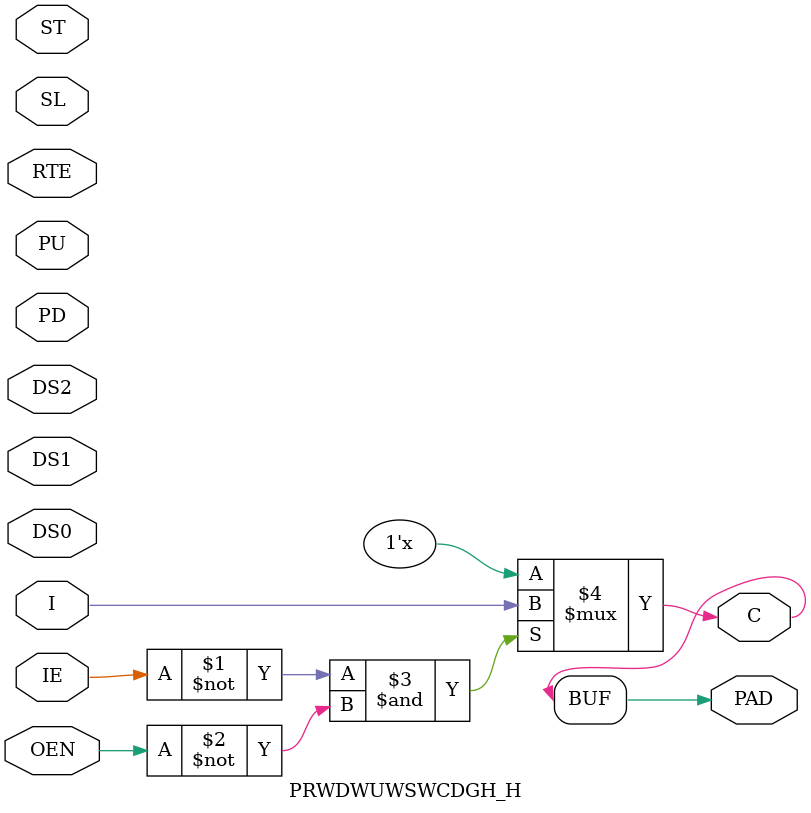
<source format=v>

module PRWDWUWSWCDGH_H (C, DS0, DS1, DS2, I, IE, OEN, PAD, PU, PD, ST, SL, RTE);

  input  DS0, DS1, DS2, I, IE, OEN, PU, PD, ST, SL, RTE;
  output C;
  output  PAD;
  
  assign C = PAD;
  
  assign PAD = ((IE == 1'b0) & (OEN ==1'b0)) ? I : 1'bz;

endmodule

</source>
